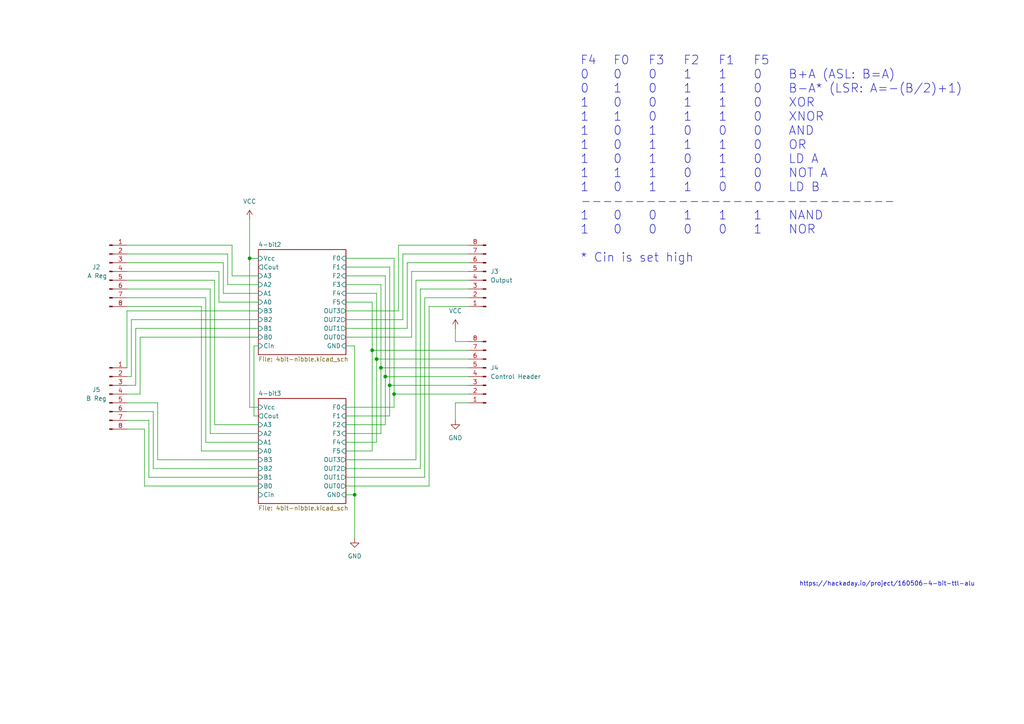
<source format=kicad_sch>
(kicad_sch (version 20231120) (generator "eeschema") (generator_version "8.0")
  (paper "A4")
  (lib_symbols
    (symbol "Connector:Conn_01x08_Pin" (pin_names (offset 1.016) hide)
      (property "Reference" "J" (at 0 10.16 0))
      (property "Value" "Conn_01x08_Pin" (at 0 -12.7 0))
      (symbol "Conn_01x08_Pin_1_1"
        (polyline (pts (xy 1.27 -10.16) (xy 0.8636 -10.16)) (stroke (width 0.1524)))
        (polyline (pts (xy 1.27 -7.62) (xy 0.8636 -7.62)) (stroke (width 0.1524)))
        (polyline (pts (xy 1.27 -5.08) (xy 0.8636 -5.08)) (stroke (width 0.1524)))
        (polyline (pts (xy 1.27 -2.54) (xy 0.8636 -2.54)) (stroke (width 0.1524)))
        (polyline (pts (xy 1.27 0) (xy 0.8636 0)) (stroke (width 0.1524)))
        (polyline (pts (xy 1.27 2.54) (xy 0.8636 2.54)) (stroke (width 0.1524)))
        (polyline (pts (xy 1.27 5.08) (xy 0.8636 5.08)) (stroke (width 0.1524)))
        (polyline (pts (xy 1.27 7.62) (xy 0.8636 7.62)) (stroke (width 0.1524)))
        (rectangle (start 0.8636 -10.033) (end 0 -10.287) (stroke (width 0.1524)) (fill (type outline)))
        (rectangle (start 0.8636 -7.493) (end 0 -7.747) (stroke (width 0.1524)) (fill (type outline)))
        (rectangle (start 0.8636 -4.953) (end 0 -5.207) (stroke (width 0.1524)) (fill (type outline)))
        (rectangle (start 0.8636 -2.413) (end 0 -2.667) (stroke (width 0.1524)) (fill (type outline)))
        (rectangle (start 0.8636 0.127) (end 0 -0.127) (stroke (width 0.1524)) (fill (type outline)))
        (rectangle (start 0.8636 2.667) (end 0 2.413) (stroke (width 0.1524)) (fill (type outline)))
        (rectangle (start 0.8636 5.207) (end 0 4.953) (stroke (width 0.1524)) (fill (type outline)))
        (rectangle (start 0.8636 7.747) (end 0 7.493) (stroke (width 0.1524)) (fill (type outline)))
        (pin passive line (at 5.08 7.62 180) (length 3.81) (name "Pin_1") (number "1"))
        (pin passive line (at 5.08 5.08 180) (length 3.81) (name "Pin_2") (number "2"))
        (pin passive line (at 5.08 2.54 180) (length 3.81) (name "Pin_3") (number "3"))
        (pin passive line (at 5.08 0 180) (length 3.81) (name "Pin_4") (number "4"))
        (pin passive line (at 5.08 -2.54 180) (length 3.81) (name "Pin_5") (number "5"))
        (pin passive line (at 5.08 -5.08 180) (length 3.81) (name "Pin_6") (number "6"))
        (pin passive line (at 5.08 -7.62 180) (length 3.81) (name "Pin_7") (number "7"))
        (pin passive line (at 5.08 -10.16 180) (length 3.81) (name "Pin_8") (number "8"))
      )
    )
    (symbol "Connector:Conn_01x11_Socket" (pin_names (offset 1.016) hide)
      (property "Reference" "J" (at 0 15.24 0))
      (property "Value" "Conn_01x11_Socket" (at 0 -15.24 0))
      (symbol "Conn_01x11_Socket_1_1"
        (arc (start 0 -12.192) (mid -0.5058 -12.7) (end 0 -13.208) (stroke (width 0.1524)))
        (arc (start 0 -9.652) (mid -0.5058 -10.16) (end 0 -10.668) (stroke (width 0.1524)))
        (arc (start 0 -7.112) (mid -0.5058 -7.62) (end 0 -8.128) (stroke (width 0.1524)))
        (arc (start 0 -4.572) (mid -0.5058 -5.08) (end 0 -5.588) (stroke (width 0.1524)))
        (arc (start 0 -2.032) (mid -0.5058 -2.54) (end 0 -3.048) (stroke (width 0.1524)))
        (polyline (pts (xy -1.27 -12.7) (xy -0.508 -12.7)) (stroke (width 0.1524)))
        (polyline (pts (xy -1.27 -10.16) (xy -0.508 -10.16)) (stroke (width 0.1524)))
        (polyline (pts (xy -1.27 -7.62) (xy -0.508 -7.62)) (stroke (width 0.1524)))
        (polyline (pts (xy -1.27 -5.08) (xy -0.508 -5.08)) (stroke (width 0.1524)))
        (polyline (pts (xy -1.27 -2.54) (xy -0.508 -2.54)) (stroke (width 0.1524)))
        (polyline (pts (xy -1.27 0) (xy -0.508 0)) (stroke (width 0.1524)))
        (polyline (pts (xy -1.27 2.54) (xy -0.508 2.54)) (stroke (width 0.1524)))
        (polyline (pts (xy -1.27 5.08) (xy -0.508 5.08)) (stroke (width 0.1524)))
        (polyline (pts (xy -1.27 7.62) (xy -0.508 7.62)) (stroke (width 0.1524)))
        (polyline (pts (xy -1.27 10.16) (xy -0.508 10.16)) (stroke (width 0.1524)))
        (polyline (pts (xy -1.27 12.7) (xy -0.508 12.7)) (stroke (width 0.1524)))
        (arc (start 0 0.508) (mid -0.5058 0) (end 0 -0.508) (stroke (width 0.1524)))
        (arc (start 0 3.048) (mid -0.5058 2.54) (end 0 2.032) (stroke (width 0.1524)))
        (arc (start 0 5.588) (mid -0.5058 5.08) (end 0 4.572) (stroke (width 0.1524)))
        (arc (start 0 8.128) (mid -0.5058 7.62) (end 0 7.112) (stroke (width 0.1524)))
        (arc (start 0 10.668) (mid -0.5058 10.16) (end 0 9.652) (stroke (width 0.1524)))
        (arc (start 0 13.208) (mid -0.5058 12.7) (end 0 12.192) (stroke (width 0.1524)))
        (pin passive line (at -5.08 12.7 0) (length 3.81) (name "Pin_1") (number "1"))
        (pin passive line (at -5.08 -10.16 0) (length 3.81) (name "Pin_10") (number "10"))
        (pin passive line (at -5.08 -12.7 0) (length 3.81) (name "Pin_11") (number "11"))
        (pin passive line (at -5.08 10.16 0) (length 3.81) (name "Pin_2") (number "2"))
        (pin passive line (at -5.08 7.62 0) (length 3.81) (name "Pin_3") (number "3"))
        (pin passive line (at -5.08 5.08 0) (length 3.81) (name "Pin_4") (number "4"))
        (pin passive line (at -5.08 2.54 0) (length 3.81) (name "Pin_5") (number "5"))
        (pin passive line (at -5.08 0 0) (length 3.81) (name "Pin_6") (number "6"))
        (pin passive line (at -5.08 -2.54 0) (length 3.81) (name "Pin_7") (number "7"))
        (pin passive line (at -5.08 -5.08 0) (length 3.81) (name "Pin_8") (number "8"))
        (pin passive line (at -5.08 -7.62 0) (length 3.81) (name "Pin_9") (number "9"))
      )
    )
    (symbol "power:GND" (power) (pin_numbers hide) (pin_names (offset 0) hide)
      (property "Value" "GND" (at 0 -3.81 0))
      (symbol "GND_0_1"
        (polyline (pts (xy 0 0) (xy 0 -1.27) (xy 1.27 -1.27) (xy 0 -2.54) (xy -1.27 -1.27) (xy 0 -1.27)))
      )
      (symbol "GND_1_1"
        (pin power_in line (at 0 0 270) (length 0) (name "~") (number "1"))
      )
    )
    (symbol "power:VCC" (power) (pin_numbers hide) (pin_names (offset 0) hide)
      (property "Value" "VCC" (at 0 3.556 0))
      (symbol "VCC_0_1"
        (polyline (pts (xy -0.762 1.27) (xy 0 2.54)))
        (polyline (pts (xy 0 0) (xy 0 2.54)))
        (polyline (pts (xy 0 2.54) (xy 0.762 1.27)))
      )
      (symbol "VCC_1_1"
        (pin power_in line (at 0 0 90) (length 0) (name "~") (number "1"))
      )
    )
  )
  (junction (at 111.76 109.22))
  (junction (at 114.3 114.3))
  (junction (at 72.39 74.93))
  (junction (at 110.49 106.68))
  (junction (at 113.03 111.76))
  (junction (at 109.22 104.14))
  (junction (at 102.87 143.51))
  (junction (at 107.95 101.6))
  (wire (pts (xy 100.33 143.51) (xy 102.87 143.51)))
  (wire (pts (xy 116.84 92.71) (xy 100.33 92.71)))
  (wire (pts (xy 372.11 116.84) (xy 350.52 116.84)))
  (wire (pts (xy 132.08 116.84) (xy 132.08 121.92)))
  (wire (pts (xy 342.9 109.22) (xy 342.9 129.54)))
  (wire (pts (xy 135.89 81.28) (xy 120.65 81.28)))
  (wire (pts (xy 350.52 116.84) (xy 350.52 129.54)))
  (wire (pts (xy 59.69 86.36) (xy 59.69 128.27)))
  (wire (pts (xy 372.11 119.38) (xy 353.06 119.38)))
  (wire (pts (xy 100.33 87.63) (xy 107.95 87.63)))
  (wire (pts (xy 350.52 99.06) (xy 350.52 82.55)))
  (wire (pts (xy 337.82 88.9) (xy 337.82 82.55)))
  (wire (pts (xy 111.76 123.19) (xy 100.33 123.19)))
  (wire (pts (xy 113.03 77.47) (xy 113.03 111.76)))
  (wire (pts (xy 100.33 82.55) (xy 110.49 82.55)))
  (wire (pts (xy 36.83 86.36) (xy 59.69 86.36)))
  (wire (pts (xy 335.28 88.9) (xy 337.82 88.9)))
  (wire (pts (xy 367.03 104.14) (xy 337.82 104.14)))
  (wire (pts (xy 63.5 78.74) (xy 63.5 87.63)))
  (wire (pts (xy 123.19 138.43) (xy 100.33 138.43)))
  (wire (pts (xy 113.03 111.76) (xy 113.03 120.65)))
  (wire (pts (xy 36.83 78.74) (xy 63.5 78.74)))
  (wire (pts (xy 36.83 111.76) (xy 39.37 111.76)))
  (wire (pts (xy 107.95 87.63) (xy 107.95 101.6)))
  (wire (pts (xy 36.83 121.92) (xy 43.18 121.92)))
  (wire (pts (xy 38.1 92.71) (xy 74.93 92.71)))
  (wire (pts (xy 62.23 81.28) (xy 62.23 123.19)))
  (wire (pts (xy 43.18 138.43) (xy 74.93 138.43)))
  (wire (pts (xy 118.11 76.2) (xy 135.89 76.2)))
  (wire (pts (xy 36.83 90.17) (xy 74.93 90.17)))
  (wire (pts (xy 36.83 116.84) (xy 45.72 116.84)))
  (wire (pts (xy 102.87 100.33) (xy 102.87 143.51)))
  (wire (pts (xy 38.1 109.22) (xy 38.1 92.71)))
  (wire (pts (xy 59.69 128.27) (xy 74.93 128.27)))
  (wire (pts (xy 116.84 73.66) (xy 135.89 73.66)))
  (wire (pts (xy 111.76 80.01) (xy 111.76 109.22)))
  (wire (pts (xy 36.83 88.9) (xy 58.42 88.9)))
  (wire (pts (xy 111.76 109.22) (xy 111.76 123.19)))
  (wire (pts (xy 358.14 124.46) (xy 358.14 129.54)))
  (wire (pts (xy 41.91 140.97) (xy 74.93 140.97)))
  (wire (pts (xy 72.39 74.93) (xy 72.39 118.11)))
  (wire (pts (xy 44.45 135.89) (xy 74.93 135.89)))
  (wire (pts (xy 39.37 95.25) (xy 74.93 95.25)))
  (wire (pts (xy 135.89 99.06) (xy 132.08 99.06)))
  (wire (pts (xy 355.6 121.92) (xy 355.6 129.54)))
  (wire (pts (xy 113.03 120.65) (xy 100.33 120.65)))
  (wire (pts (xy 107.95 101.6) (xy 135.89 101.6)))
  (wire (pts (xy 335.28 91.44) (xy 340.36 91.44)))
  (wire (pts (xy 372.11 114.3) (xy 347.98 114.3)))
  (wire (pts (xy 114.3 114.3) (xy 135.89 114.3)))
  (wire (pts (xy 45.72 133.35) (xy 74.93 133.35)))
  (wire (pts (xy 360.68 82.55) (xy 360.68 88.9)))
  (wire (pts (xy 45.72 116.84) (xy 45.72 133.35)))
  (wire (pts (xy 353.06 119.38) (xy 353.06 129.54)))
  (wire (pts (xy 36.83 76.2) (xy 64.77 76.2)))
  (wire (pts (xy 110.49 106.68) (xy 110.49 125.73)))
  (wire (pts (xy 123.19 86.36) (xy 123.19 138.43)))
  (wire (pts (xy 62.23 123.19) (xy 74.93 123.19)))
  (wire (pts (xy 340.36 106.68) (xy 340.36 129.54)))
  (wire (pts (xy 135.89 88.9) (xy 124.46 88.9)))
  (wire (pts (xy 118.11 76.2) (xy 118.11 95.25)))
  (wire (pts (xy 39.37 111.76) (xy 39.37 95.25)))
  (wire (pts (xy 335.28 124.46) (xy 335.28 129.54)))
  (wire (pts (xy 111.76 109.22) (xy 135.89 109.22)))
  (wire (pts (xy 367.03 111.76) (xy 345.44 111.76)))
  (wire (pts (xy 73.66 100.33) (xy 74.93 100.33)))
  (wire (pts (xy 36.83 109.22) (xy 38.1 109.22)))
  (wire (pts (xy 110.49 106.68) (xy 135.89 106.68)))
  (wire (pts (xy 36.83 124.46) (xy 41.91 124.46)))
  (wire (pts (xy 331.47 124.46) (xy 335.28 124.46)))
  (wire (pts (xy 74.93 120.65) (xy 73.66 120.65)))
  (wire (pts (xy 355.6 93.98) (xy 355.6 82.55)))
  (wire (pts (xy 370.84 127) (xy 370.84 128.27)))
  (wire (pts (xy 325.12 82.55) (xy 325.12 85.09)))
  (wire (pts (xy 110.49 125.73) (xy 100.33 125.73)))
  (wire (pts (xy 360.68 129.54) (xy 360.68 127)))
  (wire (pts (xy 335.28 96.52) (xy 345.44 96.52)))
  (wire (pts (xy 102.87 143.51) (xy 102.87 156.21)))
  (wire (pts (xy 64.77 76.2) (xy 64.77 85.09)))
  (wire (pts (xy 36.83 114.3) (xy 40.64 114.3)))
  (wire (pts (xy 44.45 119.38) (xy 44.45 135.89)))
  (wire (pts (xy 107.95 130.81) (xy 100.33 130.81)))
  (wire (pts (xy 363.22 91.44) (xy 358.14 91.44)))
  (wire (pts (xy 325.12 85.09) (xy 335.28 85.09)))
  (wire (pts (xy 115.57 90.17) (xy 100.33 90.17)))
  (wire (pts (xy 372.11 121.92) (xy 355.6 121.92)))
  (wire (pts (xy 109.22 104.14) (xy 109.22 128.27)))
  (wire (pts (xy 40.64 97.79) (xy 74.93 97.79)))
  (wire (pts (xy 114.3 118.11) (xy 100.33 118.11)))
  (wire (pts (xy 36.83 106.68) (xy 36.83 90.17)))
  (wire (pts (xy 60.96 83.82) (xy 60.96 125.73)))
  (wire (pts (xy 36.83 71.12) (xy 67.31 71.12)))
  (wire (pts (xy 100.33 77.47) (xy 113.03 77.47)))
  (wire (pts (xy 74.93 118.11) (xy 72.39 118.11)))
  (wire (pts (xy 58.42 88.9) (xy 58.42 130.81)))
  (wire (pts (xy 347.98 101.6) (xy 363.22 101.6)))
  (wire (pts (xy 358.14 91.44) (xy 358.14 82.55)))
  (wire (pts (xy 109.22 128.27) (xy 100.33 128.27)))
  (wire (pts (xy 100.33 74.93) (xy 114.3 74.93)))
  (wire (pts (xy 36.83 119.38) (xy 44.45 119.38)))
  (wire (pts (xy 363.22 88.9) (xy 360.68 88.9)))
  (wire (pts (xy 66.04 82.55) (xy 74.93 82.55)))
  (wire (pts (xy 363.22 96.52) (xy 353.06 96.52)))
  (wire (pts (xy 43.18 121.92) (xy 43.18 138.43)))
  (wire (pts (xy 121.92 83.82) (xy 121.92 135.89)))
  (wire (pts (xy 114.3 74.93) (xy 114.3 114.3)))
  (wire (pts (xy 363.22 93.98) (xy 355.6 93.98)))
  (wire (pts (xy 119.38 97.79) (xy 100.33 97.79)))
  (wire (pts (xy 118.11 95.25) (xy 100.33 95.25)))
  (wire (pts (xy 337.82 104.14) (xy 337.82 129.54)))
  (wire (pts (xy 120.65 133.35) (xy 100.33 133.35)))
  (wire (pts (xy 73.66 120.65) (xy 73.66 100.33)))
  (wire (pts (xy 109.22 104.14) (xy 135.89 104.14)))
  (wire (pts (xy 119.38 78.74) (xy 135.89 78.74)))
  (wire (pts (xy 363.22 99.06) (xy 350.52 99.06)))
  (wire (pts (xy 64.77 85.09) (xy 74.93 85.09)))
  (wire (pts (xy 132.08 99.06) (xy 132.08 95.25)))
  (wire (pts (xy 340.36 91.44) (xy 340.36 82.55)))
  (wire (pts (xy 124.46 88.9) (xy 124.46 140.97)))
  (wire (pts (xy 63.5 87.63) (xy 74.93 87.63)))
  (wire (pts (xy 60.96 125.73) (xy 74.93 125.73)))
  (wire (pts (xy 135.89 86.36) (xy 123.19 86.36)))
  (wire (pts (xy 135.89 116.84) (xy 132.08 116.84)))
  (wire (pts (xy 110.49 82.55) (xy 110.49 106.68)))
  (wire (pts (xy 335.28 85.09) (xy 335.28 82.55)))
  (wire (pts (xy 100.33 85.09) (xy 109.22 85.09)))
  (wire (pts (xy 365.76 124.46) (xy 358.14 124.46)))
  (wire (pts (xy 347.98 114.3) (xy 347.98 129.54)))
  (wire (pts (xy 100.33 100.33) (xy 102.87 100.33)))
  (wire (pts (xy 367.03 106.68) (xy 340.36 106.68)))
  (wire (pts (xy 345.44 96.52) (xy 345.44 82.55)))
  (wire (pts (xy 36.83 73.66) (xy 66.04 73.66)))
  (wire (pts (xy 353.06 96.52) (xy 353.06 82.55)))
  (wire (pts (xy 120.65 81.28) (xy 120.65 133.35)))
  (wire (pts (xy 367.03 109.22) (xy 342.9 109.22)))
  (wire (pts (xy 72.39 63.5) (xy 72.39 74.93)))
  (wire (pts (xy 121.92 135.89) (xy 100.33 135.89)))
  (wire (pts (xy 67.31 80.01) (xy 74.93 80.01)))
  (wire (pts (xy 109.22 85.09) (xy 109.22 104.14)))
  (wire (pts (xy 335.28 93.98) (xy 342.9 93.98)))
  (wire (pts (xy 66.04 73.66) (xy 66.04 82.55)))
  (wire (pts (xy 115.57 71.12) (xy 115.57 90.17)))
  (wire (pts (xy 72.39 74.93) (xy 74.93 74.93)))
  (wire (pts (xy 345.44 111.76) (xy 345.44 129.54)))
  (wire (pts (xy 67.31 71.12) (xy 67.31 80.01)))
  (wire (pts (xy 36.83 81.28) (xy 62.23 81.28)))
  (wire (pts (xy 41.91 124.46) (xy 41.91 140.97)))
  (wire (pts (xy 347.98 82.55) (xy 347.98 101.6)))
  (wire (pts (xy 360.68 127) (xy 370.84 127)))
  (wire (pts (xy 114.3 114.3) (xy 114.3 118.11)))
  (wire (pts (xy 115.57 71.12) (xy 135.89 71.12)))
  (wire (pts (xy 100.33 80.01) (xy 111.76 80.01)))
  (wire (pts (xy 135.89 83.82) (xy 121.92 83.82)))
  (wire (pts (xy 107.95 101.6) (xy 107.95 130.81)))
  (wire (pts (xy 342.9 93.98) (xy 342.9 82.55)))
  (wire (pts (xy 36.83 83.82) (xy 60.96 83.82)))
  (wire (pts (xy 58.42 130.81) (xy 74.93 130.81)))
  (wire (pts (xy 124.46 140.97) (xy 100.33 140.97)))
  (wire (pts (xy 119.38 78.74) (xy 119.38 97.79)))
  (wire (pts (xy 116.84 73.66) (xy 116.84 92.71)))
  (wire (pts (xy 113.03 111.76) (xy 135.89 111.76)))
  (wire (pts (xy 40.64 114.3) (xy 40.64 97.79)))
  (rectangle (start 309.88 76.2) (end 387.35 135.89))
  (text_box "F4	F0	F3	F2	F1	F5\n0	0	0	1	1	0	B+A (ASL: B=A)\n0	1	0	1	1	0	B-A* (LSR: A=-(B/2)+1)\n1	0	0	1	1	0	XOR\n1	1	0	1	1	0	XNOR\n1	0	1	0	0	0	AND\n1	0	1	1	1	0	OR\n1	0	1	0	1	0	LD A\n1	1	1	0	1	0	NOT A\n1	0	1	1	0	0	LD B\n-----------------------------\n1	0	0	1	1	1	NAND\n1	0	0	0	0	1	NOR\n\n* Cin is set high" (at 166.37 13.97 0) (size 116.84 63.5) (stroke (width -0.0001)) (effects (font (size 2.54 2.54)) (justify left top)))
  (text "Add\nSub\nAND\nOR\nXOR\nNAND\nNOR\nASL (Shift Left)\nLSR (Shift Right)" (at 320.802 37.846 0) (effects (font (size 1.27 1.27))))
  (text "https://hackaday.io/project/160506-4-bit-ttl-alu" (at 257.302 169.418 0) (effects (font (size 1.27 1.27))))
  (hierarchical_label "A0" (shape input) (at 367.03 111.76 0))
  (hierarchical_label "F2" (shape input) (at 363.22 93.98 0))
  (hierarchical_label "F0" (shape input) (at 363.22 88.9 0))
  (hierarchical_label "A3" (shape input) (at 367.03 104.14 0))
  (hierarchical_label "A1" (shape input) (at 367.03 109.22 0))
  (hierarchical_label "OUT3" (shape output) (at 335.28 88.9 180))
  (hierarchical_label "B3" (shape input) (at 372.11 114.3 0))
  (hierarchical_label "F1" (shape input) (at 363.22 91.44 0))
  (hierarchical_label "F4" (shape input) (at 363.22 99.06 0))
  (hierarchical_label "B2" (shape input) (at 372.11 116.84 0))
  (hierarchical_label "F5" (shape input) (at 363.22 101.6 0))
  (hierarchical_label "OUT2" (shape output) (at 335.28 91.44 180))
  (hierarchical_label "OUT0" (shape output) (at 335.28 96.52 180))
  (hierarchical_label "Cout" (shape output) (at 331.47 124.46 180))
  (hierarchical_label "B1" (shape input) (at 372.11 119.38 0))
  (hierarchical_label "Cin" (shape input) (at 365.76 124.46 0))
  (hierarchical_label "A2" (shape input) (at 367.03 106.68 0))
  (hierarchical_label "OUT1" (shape output) (at 335.28 93.98 180))
  (hierarchical_label "B0" (shape input) (at 372.11 121.92 0))
  (hierarchical_label "F3" (shape input) (at 363.22 96.52 0))
  (symbol (lib_id "Connector:Conn_01x11_Socket") (at 347.98 77.47 90) (unit 1) (in_bom no) (on_board no)
    (property "Reference" "J1" (at 349.25 74.422 90))
    (property "Value" "Conn_01x11_Socket" (effects (hide yes)))
    (property "Footprint" "Connector_PinSocket_2.54mm:PinSocket_1x11_P2.54mm_Vertical" (effects (hide yes)))
    (property "Description" "Generic connector, single row, 01x11, script generated" (effects (hide yes)))
  )
  (symbol (lib_id "power:VCC") (at 325.12 82.55 0) (unit 1)
    (property "Reference" "#PWR02" (effects (hide yes)))
    (property "Value" "VCC" (at 325.12 77.47 0))
    (property "Description" "Power symbol creates a global label with name \"VCC\"" (effects (hide yes)))
  )
  (symbol (lib_id "Connector:Conn_01x11_Socket") (at 347.98 134.62 90) (mirror x) (unit 1) (in_bom no) (on_board no)
    (property "Reference" "J6" (at 349.25 137.16 90))
    (property "Value" "Conn_01x10_Socket" (effects (hide yes)))
    (property "Footprint" "Connector_PinSocket_2.54mm:PinSocket_1x11_P2.54mm_Vertical" (effects (hide yes)))
    (property "Description" "Generic connector, single row, 01x11, script generated" (effects (hide yes)))
  )
  (symbol (lib_id "Connector:Conn_01x08_Pin") (at 140.97 81.28 180) (unit 1) (on_board no)
    (property "Reference" "J3" (at 142.24 78.7399 0) (effects (justify right)))
    (property "Value" "Output" (at 142.24 81.2799 0) (effects (justify right)))
    (property "Footprint" "Connector_PinHeader_2.54mm:PinHeader_1x08_P2.54mm_Vertical" (effects (hide yes)))
    (property "Description" "Generic connector, single row, 01x08, script generated" (effects (hide yes)))
  )
  (symbol (lib_id "power:GND") (at 370.84 128.27 0) (unit 1)
    (property "Reference" "#PWR03" (effects (hide yes)))
    (property "Value" "GND" (at 370.84 133.35 0))
    (property "Description" "Power symbol creates a global label with name \"GND\" , ground" (effects (hide yes)))
  )
  (symbol (lib_id "Connector:Conn_01x08_Pin") (at 31.75 78.74 0) (unit 1) (on_board no)
    (property "Reference" "J2" (at 27.94 77.47 0))
    (property "Value" "A Reg" (at 28.194 80.01 0))
    (property "Footprint" "Connector_PinHeader_2.54mm:PinHeader_1x08_P2.54mm_Vertical" (effects (hide yes)))
    (property "Description" "Generic connector, single row, 01x08, script generated" (effects (hide yes)))
  )
  (symbol (lib_id "Connector:Conn_01x08_Pin") (at 140.97 109.22 180) (unit 1) (on_board no)
    (property "Reference" "J4" (at 142.24 106.6799 0) (effects (justify right)))
    (property "Value" "Control Header" (at 142.24 109.2199 0) (effects (justify right)))
    (property "Footprint" "Connector_PinSocket_2.54mm:PinSocket_1x08_P2.54mm_Vertical" (effects (hide yes)))
    (property "Description" "Generic connector, single row, 01x08, script generated" (effects (hide yes)))
  )
  (symbol (lib_id "power:GND") (at 102.87 156.21 0) (mirror y) (unit 1) (on_board no)
    (property "Reference" "#PWR04" (effects (hide yes)))
    (property "Value" "GND" (at 102.87 161.29 0))
    (property "Description" "Power symbol creates a global label with name \"GND\" , ground" (effects (hide yes)))
  )
  (symbol (lib_id "power:VCC") (at 72.39 63.5 0) (mirror y) (unit 1) (on_board no)
    (property "Reference" "#PWR01" (effects (hide yes)))
    (property "Value" "VCC" (at 72.39 58.42 0))
    (property "Description" "Power symbol creates a global label with name \"VCC\"" (effects (hide yes)))
  )
  (symbol (lib_id "Connector:Conn_01x08_Pin") (at 31.75 114.3 0) (unit 1) (on_board no)
    (property "Reference" "J5" (at 27.94 113.03 0))
    (property "Value" "B Reg" (at 27.94 115.57 0))
    (property "Footprint" "Connector_PinHeader_2.54mm:PinHeader_1x08_P2.54mm_Vertical" (effects (hide yes)))
    (property "Description" "Generic connector, single row, 01x08, script generated" (effects (hide yes)))
  )
  (symbol (lib_id "power:GND") (at 132.08 121.92 0) (mirror y) (unit 1) (on_board no)
    (property "Reference" "#PWR030" (effects (hide yes)))
    (property "Value" "GND" (at 132.08 127 0))
    (property "Description" "Power symbol creates a global label with name \"GND\" , ground" (effects (hide yes)))
  )
  (symbol (lib_id "power:VCC") (at 132.08 95.25 0) (mirror y) (unit 1) (on_board no)
    (property "Reference" "#PWR029" (effects (hide yes)))
    (property "Value" "VCC" (at 132.08 90.17 0))
    (property "Description" "Power symbol creates a global label with name \"VCC\"" (effects (hide yes)))
  )
  (sheet (at 74.93 72.39) (size 25.4 30.48) (stroke (width 0.1524))
    (property "Sheetname" "4-bit2" (at 74.93 71.6784 0) (effects (justify left bottom)))
    (property "Sheetfile" "4bit-nibble.kicad_sch" (at 74.93 103.4546 0) (effects (justify left top)))
    (pin "B3" input (at 74.93 90.17 180))
    (pin "B1" input (at 74.93 95.25 180))
    (pin "B2" input (at 74.93 92.71 180))
    (pin "F4" input (at 100.33 85.09 0))
    (pin "Cout" output (at 74.93 77.47 180))
    (pin "F1" input (at 100.33 77.47 0))
    (pin "F3" input (at 100.33 82.55 0))
    (pin "F5" input (at 100.33 87.63 0))
    (pin "F2" input (at 100.33 80.01 0))
    (pin "OUT1" output (at 100.33 95.25 0))
    (pin "Cin" input (at 74.93 100.33 180))
    (pin "F0" input (at 100.33 74.93 0))
    (pin "B0" input (at 74.93 97.79 180))
    (pin "A0" input (at 74.93 87.63 180))
    (pin "OUT0" output (at 100.33 97.79 0))
    (pin "A1" input (at 74.93 85.09 180))
    (pin "OUT3" output (at 100.33 90.17 0))
    (pin "A2" input (at 74.93 82.55 180))
    (pin "A3" input (at 74.93 80.01 180))
    (pin "OUT2" output (at 100.33 92.71 0))
    (pin "Vcc" input (at 74.93 74.93 180))
    (pin "GND" input (at 100.33 100.33 0))
  )
  (sheet (at 74.93 115.57) (size 25.4 30.48) (stroke (width 0.1524))
    (property "Sheetname" "4-bit3" (at 74.93 114.8584 0) (effects (justify left bottom)))
    (property "Sheetfile" "4bit-nibble.kicad_sch" (at 74.93 146.6346 0) (effects (justify left top)))
    (pin "B3" input (at 74.93 133.35 180))
    (pin "B1" input (at 74.93 138.43 180))
    (pin "B2" input (at 74.93 135.89 180))
    (pin "F4" input (at 100.33 128.27 0))
    (pin "Cout" output (at 74.93 120.65 180))
    (pin "F1" input (at 100.33 120.65 0))
    (pin "F3" input (at 100.33 125.73 0))
    (pin "F5" input (at 100.33 130.81 0))
    (pin "F2" input (at 100.33 123.19 0))
    (pin "OUT1" output (at 100.33 138.43 0))
    (pin "Cin" input (at 74.93 143.51 180))
    (pin "F0" input (at 100.33 118.11 0))
    (pin "B0" input (at 74.93 140.97 180))
    (pin "A0" input (at 74.93 130.81 180))
    (pin "OUT0" output (at 100.33 140.97 0))
    (pin "A1" input (at 74.93 128.27 180))
    (pin "OUT3" output (at 100.33 133.35 0))
    (pin "A2" input (at 74.93 125.73 180))
    (pin "A3" input (at 74.93 123.19 180))
    (pin "OUT2" output (at 100.33 135.89 0))
    (pin "Vcc" input (at 74.93 118.11 180))
    (pin "GND" input (at 100.33 143.51 0))
  )
)
</source>
